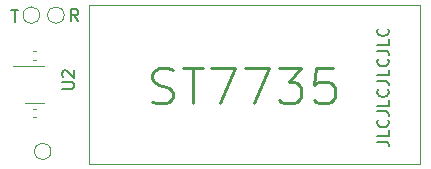
<source format=gbr>
%TF.GenerationSoftware,KiCad,Pcbnew,(6.0.2)*%
%TF.CreationDate,2022-07-11T18:19:18+02:00*%
%TF.ProjectId,ESP32-MicroView,45535033-322d-44d6-9963-726f56696577,rev?*%
%TF.SameCoordinates,Original*%
%TF.FileFunction,Legend,Top*%
%TF.FilePolarity,Positive*%
%FSLAX46Y46*%
G04 Gerber Fmt 4.6, Leading zero omitted, Abs format (unit mm)*
G04 Created by KiCad (PCBNEW (6.0.2)) date 2022-07-11 18:19:18*
%MOMM*%
%LPD*%
G01*
G04 APERTURE LIST*
%ADD10C,0.150000*%
%ADD11C,0.250000*%
%ADD12C,0.120000*%
G04 APERTURE END LIST*
D10*
X97902780Y-48307047D02*
X98617066Y-48307047D01*
X98759923Y-48354666D01*
X98855161Y-48449904D01*
X98902780Y-48592761D01*
X98902780Y-48688000D01*
X98902780Y-47354666D02*
X98902780Y-47830857D01*
X97902780Y-47830857D01*
X98807542Y-46449904D02*
X98855161Y-46497523D01*
X98902780Y-46640380D01*
X98902780Y-46735619D01*
X98855161Y-46878476D01*
X98759923Y-46973714D01*
X98664685Y-47021333D01*
X98474209Y-47068952D01*
X98331352Y-47068952D01*
X98140876Y-47021333D01*
X98045638Y-46973714D01*
X97950400Y-46878476D01*
X97902780Y-46735619D01*
X97902780Y-46640380D01*
X97950400Y-46497523D01*
X97998019Y-46449904D01*
X97902780Y-45735619D02*
X98617066Y-45735619D01*
X98759923Y-45783238D01*
X98855161Y-45878476D01*
X98902780Y-46021333D01*
X98902780Y-46116571D01*
X98902780Y-44783238D02*
X98902780Y-45259428D01*
X97902780Y-45259428D01*
X98807542Y-43878476D02*
X98855161Y-43926095D01*
X98902780Y-44068952D01*
X98902780Y-44164190D01*
X98855161Y-44307047D01*
X98759923Y-44402285D01*
X98664685Y-44449904D01*
X98474209Y-44497523D01*
X98331352Y-44497523D01*
X98140876Y-44449904D01*
X98045638Y-44402285D01*
X97950400Y-44307047D01*
X97902780Y-44164190D01*
X97902780Y-44068952D01*
X97950400Y-43926095D01*
X97998019Y-43878476D01*
X97902780Y-43164190D02*
X98617066Y-43164190D01*
X98759923Y-43211809D01*
X98855161Y-43307047D01*
X98902780Y-43449904D01*
X98902780Y-43545142D01*
X98902780Y-42211809D02*
X98902780Y-42688000D01*
X97902780Y-42688000D01*
X98807542Y-41307047D02*
X98855161Y-41354666D01*
X98902780Y-41497523D01*
X98902780Y-41592761D01*
X98855161Y-41735619D01*
X98759923Y-41830857D01*
X98664685Y-41878476D01*
X98474209Y-41926095D01*
X98331352Y-41926095D01*
X98140876Y-41878476D01*
X98045638Y-41830857D01*
X97950400Y-41735619D01*
X97902780Y-41592761D01*
X97902780Y-41497523D01*
X97950400Y-41354666D01*
X97998019Y-41307047D01*
X97902780Y-40592761D02*
X98617066Y-40592761D01*
X98759923Y-40640380D01*
X98855161Y-40735619D01*
X98902780Y-40878476D01*
X98902780Y-40973714D01*
X98902780Y-39640380D02*
X98902780Y-40116571D01*
X97902780Y-40116571D01*
X98807542Y-38735619D02*
X98855161Y-38783238D01*
X98902780Y-38926095D01*
X98902780Y-39021333D01*
X98855161Y-39164190D01*
X98759923Y-39259428D01*
X98664685Y-39307047D01*
X98474209Y-39354666D01*
X98331352Y-39354666D01*
X98140876Y-39307047D01*
X98045638Y-39259428D01*
X97950400Y-39164190D01*
X97902780Y-39021333D01*
X97902780Y-38926095D01*
X97950400Y-38783238D01*
X97998019Y-38735619D01*
X72597923Y-38095180D02*
X72264590Y-37618990D01*
X72026495Y-38095180D02*
X72026495Y-37095180D01*
X72407447Y-37095180D01*
X72502685Y-37142800D01*
X72550304Y-37190419D01*
X72597923Y-37285657D01*
X72597923Y-37428514D01*
X72550304Y-37523752D01*
X72502685Y-37571371D01*
X72407447Y-37618990D01*
X72026495Y-37618990D01*
X66922685Y-37145980D02*
X67494114Y-37145980D01*
X67208400Y-38145980D02*
X67208400Y-37145980D01*
D11*
%TO.C,FPC1*%
X78874314Y-44926085D02*
X79302885Y-45068942D01*
X80017171Y-45068942D01*
X80302885Y-44926085D01*
X80445742Y-44783228D01*
X80588600Y-44497514D01*
X80588600Y-44211800D01*
X80445742Y-43926085D01*
X80302885Y-43783228D01*
X80017171Y-43640371D01*
X79445742Y-43497514D01*
X79160028Y-43354657D01*
X79017171Y-43211800D01*
X78874314Y-42926085D01*
X78874314Y-42640371D01*
X79017171Y-42354657D01*
X79160028Y-42211800D01*
X79445742Y-42068942D01*
X80160028Y-42068942D01*
X80588600Y-42211800D01*
X81445742Y-42068942D02*
X83160028Y-42068942D01*
X82302885Y-45068942D02*
X82302885Y-42068942D01*
X83874314Y-42068942D02*
X85874314Y-42068942D01*
X84588600Y-45068942D01*
X86731457Y-42068942D02*
X88731457Y-42068942D01*
X87445742Y-45068942D01*
X89588600Y-42068942D02*
X91445742Y-42068942D01*
X90445742Y-43211800D01*
X90874314Y-43211800D01*
X91160028Y-43354657D01*
X91302885Y-43497514D01*
X91445742Y-43783228D01*
X91445742Y-44497514D01*
X91302885Y-44783228D01*
X91160028Y-44926085D01*
X90874314Y-45068942D01*
X90017171Y-45068942D01*
X89731457Y-44926085D01*
X89588600Y-44783228D01*
X94160028Y-42068942D02*
X92731457Y-42068942D01*
X92588600Y-43497514D01*
X92731457Y-43354657D01*
X93017171Y-43211800D01*
X93731457Y-43211800D01*
X94017171Y-43354657D01*
X94160028Y-43497514D01*
X94302885Y-43783228D01*
X94302885Y-44497514D01*
X94160028Y-44783228D01*
X94017171Y-44926085D01*
X93731457Y-45068942D01*
X93017171Y-45068942D01*
X92731457Y-44926085D01*
X92588600Y-44783228D01*
D10*
%TO.C,U2*%
X71232780Y-43840304D02*
X72042304Y-43840304D01*
X72137542Y-43792685D01*
X72185161Y-43745066D01*
X72232780Y-43649828D01*
X72232780Y-43459352D01*
X72185161Y-43364114D01*
X72137542Y-43316495D01*
X72042304Y-43268876D01*
X71232780Y-43268876D01*
X71328019Y-42840304D02*
X71280400Y-42792685D01*
X71232780Y-42697447D01*
X71232780Y-42459352D01*
X71280400Y-42364114D01*
X71328019Y-42316495D01*
X71423257Y-42268876D01*
X71518495Y-42268876D01*
X71661352Y-42316495D01*
X72232780Y-42887923D01*
X72232780Y-42268876D01*
D12*
%TO.C,FPC1*%
X73549200Y-36714200D02*
X101549200Y-36714200D01*
X101549200Y-36714200D02*
X101549200Y-50214200D01*
X101549200Y-50214200D02*
X73549200Y-50214200D01*
X73549200Y-50214200D02*
X73549200Y-36714200D01*
%TO.C,U2*%
X68884800Y-45044800D02*
X68084800Y-45044800D01*
X68884800Y-45044800D02*
X69684800Y-45044800D01*
X68884800Y-41924800D02*
X69684800Y-41924800D01*
X68884800Y-41924800D02*
X67084800Y-41924800D01*
%TO.C,C10*%
X68992636Y-46232400D02*
X68776964Y-46232400D01*
X68992636Y-45512400D02*
X68776964Y-45512400D01*
%TO.C,J2*%
X71413600Y-37592000D02*
G75*
G03*
X71413600Y-37592000I-700000J0D01*
G01*
%TO.C,J3*%
X69330800Y-37592000D02*
G75*
G03*
X69330800Y-37592000I-700000J0D01*
G01*
%TO.C,C5*%
X68776964Y-41355600D02*
X68992636Y-41355600D01*
X68776964Y-40635600D02*
X68992636Y-40635600D01*
%TO.C,J1*%
X70296000Y-49123600D02*
G75*
G03*
X70296000Y-49123600I-700000J0D01*
G01*
%TD*%
M02*

</source>
